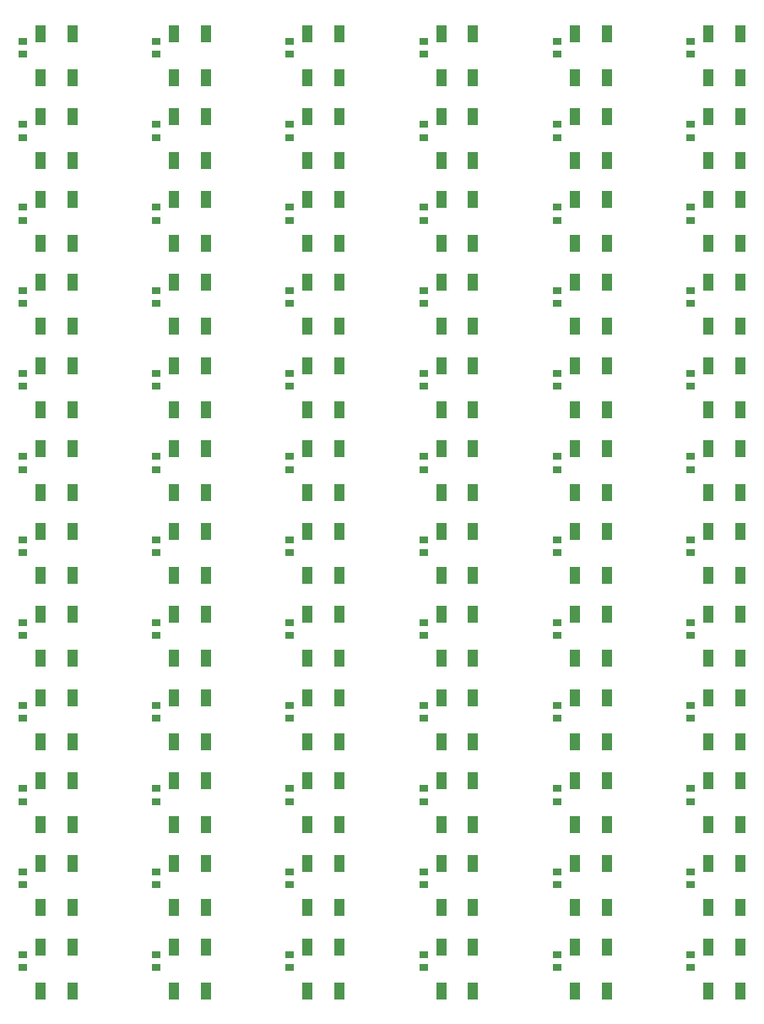
<source format=gtp>
G75*
%MOIN*%
%OFA0B0*%
%FSLAX24Y24*%
%IPPOS*%
%LPD*%
%AMOC8*
5,1,8,0,0,1.08239X$1,22.5*
%
%ADD10R,0.0433X0.0709*%
%ADD11R,0.0354X0.0276*%
D10*
X003750Y000884D03*
X005010Y000884D03*
X005010Y002616D03*
X003750Y002616D03*
X003750Y004159D03*
X005010Y004159D03*
X005010Y005892D03*
X003750Y005892D03*
X003750Y007435D03*
X005010Y007435D03*
X005010Y009167D03*
X003750Y009167D03*
X003750Y010711D03*
X005010Y010711D03*
X005010Y012443D03*
X003750Y012443D03*
X003750Y013986D03*
X005010Y013986D03*
X005010Y015719D03*
X003750Y015719D03*
X003750Y017262D03*
X005010Y017262D03*
X005010Y018994D03*
X003750Y018994D03*
X003750Y020537D03*
X005010Y020537D03*
X005010Y022270D03*
X003750Y022270D03*
X003750Y023813D03*
X005010Y023813D03*
X005010Y025545D03*
X003750Y025545D03*
X003750Y027089D03*
X005010Y027089D03*
X005010Y028821D03*
X003750Y028821D03*
X003750Y030364D03*
X005010Y030364D03*
X005010Y032096D03*
X003750Y032096D03*
X003750Y033640D03*
X005010Y033640D03*
X005010Y035372D03*
X003750Y035372D03*
X003750Y036915D03*
X005010Y036915D03*
X005010Y038648D03*
X003750Y038648D03*
X009025Y038648D03*
X010285Y038648D03*
X010285Y036915D03*
X009025Y036915D03*
X009025Y035372D03*
X010285Y035372D03*
X010285Y033640D03*
X009025Y033640D03*
X009025Y032096D03*
X010285Y032096D03*
X010285Y030364D03*
X009025Y030364D03*
X009025Y028821D03*
X010285Y028821D03*
X010285Y027089D03*
X009025Y027089D03*
X009025Y025545D03*
X010285Y025545D03*
X010285Y023813D03*
X009025Y023813D03*
X009025Y022270D03*
X010285Y022270D03*
X010285Y020537D03*
X009025Y020537D03*
X009025Y018994D03*
X010285Y018994D03*
X010285Y017262D03*
X009025Y017262D03*
X009025Y015719D03*
X010285Y015719D03*
X010285Y013986D03*
X009025Y013986D03*
X009025Y012443D03*
X010285Y012443D03*
X010285Y010711D03*
X009025Y010711D03*
X009025Y009167D03*
X010285Y009167D03*
X010285Y007435D03*
X009025Y007435D03*
X009025Y005892D03*
X010285Y005892D03*
X010285Y004159D03*
X009025Y004159D03*
X009025Y002616D03*
X010285Y002616D03*
X010285Y000884D03*
X009025Y000884D03*
X014301Y000884D03*
X015561Y000884D03*
X015561Y002616D03*
X014301Y002616D03*
X014301Y004159D03*
X015561Y004159D03*
X015561Y005892D03*
X014301Y005892D03*
X014301Y007435D03*
X015561Y007435D03*
X015561Y009167D03*
X014301Y009167D03*
X014301Y010711D03*
X015561Y010711D03*
X015561Y012443D03*
X014301Y012443D03*
X014301Y013986D03*
X015561Y013986D03*
X015561Y015719D03*
X014301Y015719D03*
X014301Y017262D03*
X015561Y017262D03*
X015561Y018994D03*
X014301Y018994D03*
X014301Y020537D03*
X015561Y020537D03*
X015561Y022270D03*
X014301Y022270D03*
X014301Y023813D03*
X015561Y023813D03*
X015561Y025545D03*
X014301Y025545D03*
X014301Y027089D03*
X015561Y027089D03*
X015561Y028821D03*
X014301Y028821D03*
X014301Y030364D03*
X015561Y030364D03*
X015561Y032096D03*
X014301Y032096D03*
X014301Y033640D03*
X015561Y033640D03*
X015561Y035372D03*
X014301Y035372D03*
X014301Y036915D03*
X015561Y036915D03*
X015561Y038648D03*
X014301Y038648D03*
X019577Y038648D03*
X020836Y038648D03*
X020836Y036915D03*
X019577Y036915D03*
X019577Y035372D03*
X020836Y035372D03*
X020836Y033640D03*
X019577Y033640D03*
X019577Y032096D03*
X020836Y032096D03*
X020836Y030364D03*
X019577Y030364D03*
X019577Y028821D03*
X020836Y028821D03*
X020836Y027089D03*
X019577Y027089D03*
X019577Y025545D03*
X020836Y025545D03*
X020836Y023813D03*
X019577Y023813D03*
X019577Y022270D03*
X020836Y022270D03*
X020836Y020537D03*
X019577Y020537D03*
X019577Y018994D03*
X020836Y018994D03*
X020836Y017262D03*
X019577Y017262D03*
X019577Y015719D03*
X020836Y015719D03*
X020836Y013986D03*
X019577Y013986D03*
X019577Y012443D03*
X020836Y012443D03*
X020836Y010711D03*
X019577Y010711D03*
X019577Y009167D03*
X020836Y009167D03*
X020836Y007435D03*
X019577Y007435D03*
X019577Y005892D03*
X020836Y005892D03*
X020836Y004159D03*
X019577Y004159D03*
X019577Y002616D03*
X020836Y002616D03*
X020836Y000884D03*
X019577Y000884D03*
X024852Y000884D03*
X026112Y000884D03*
X026112Y002616D03*
X024852Y002616D03*
X024852Y004159D03*
X026112Y004159D03*
X026112Y005892D03*
X024852Y005892D03*
X024852Y007435D03*
X026112Y007435D03*
X026112Y009167D03*
X024852Y009167D03*
X024852Y010711D03*
X026112Y010711D03*
X026112Y012443D03*
X024852Y012443D03*
X024852Y013986D03*
X026112Y013986D03*
X026112Y015719D03*
X024852Y015719D03*
X024852Y017262D03*
X026112Y017262D03*
X026112Y018994D03*
X024852Y018994D03*
X024852Y020537D03*
X026112Y020537D03*
X026112Y022270D03*
X024852Y022270D03*
X024852Y023813D03*
X026112Y023813D03*
X026112Y025545D03*
X024852Y025545D03*
X024852Y027089D03*
X026112Y027089D03*
X026112Y028821D03*
X024852Y028821D03*
X024852Y030364D03*
X026112Y030364D03*
X026112Y032096D03*
X024852Y032096D03*
X024852Y033640D03*
X026112Y033640D03*
X026112Y035372D03*
X024852Y035372D03*
X024852Y036915D03*
X026112Y036915D03*
X026112Y038648D03*
X024852Y038648D03*
X030128Y038648D03*
X031388Y038648D03*
X031388Y036915D03*
X030128Y036915D03*
X030128Y035372D03*
X031388Y035372D03*
X031388Y033640D03*
X030128Y033640D03*
X030128Y032096D03*
X031388Y032096D03*
X031388Y030364D03*
X030128Y030364D03*
X030128Y028821D03*
X031388Y028821D03*
X031388Y027089D03*
X030128Y027089D03*
X030128Y025545D03*
X031388Y025545D03*
X031388Y023813D03*
X030128Y023813D03*
X030128Y022270D03*
X031388Y022270D03*
X031388Y020537D03*
X030128Y020537D03*
X030128Y018994D03*
X031388Y018994D03*
X031388Y017262D03*
X030128Y017262D03*
X030128Y015719D03*
X031388Y015719D03*
X031388Y013986D03*
X030128Y013986D03*
X030128Y012443D03*
X031388Y012443D03*
X031388Y010711D03*
X030128Y010711D03*
X030128Y009167D03*
X031388Y009167D03*
X031388Y007435D03*
X030128Y007435D03*
X030128Y005892D03*
X031388Y005892D03*
X031388Y004159D03*
X030128Y004159D03*
X030128Y002616D03*
X031388Y002616D03*
X031388Y000884D03*
X030128Y000884D03*
D11*
X003055Y001794D03*
X003055Y002306D03*
X003055Y005070D03*
X003055Y005581D03*
X003055Y008345D03*
X003055Y008857D03*
X003055Y011621D03*
X003055Y012133D03*
X003055Y014896D03*
X003055Y015408D03*
X003055Y018172D03*
X003055Y018684D03*
X003055Y021448D03*
X003055Y021959D03*
X003055Y024723D03*
X003055Y025235D03*
X003055Y027999D03*
X003055Y028511D03*
X003055Y031274D03*
X003055Y031786D03*
X003055Y034550D03*
X003055Y035062D03*
X003055Y037826D03*
X003055Y038337D03*
X008330Y038337D03*
X008330Y037826D03*
X008330Y035062D03*
X008330Y034550D03*
X008330Y031786D03*
X008330Y031274D03*
X008330Y028511D03*
X008330Y027999D03*
X008330Y025235D03*
X008330Y024723D03*
X008330Y021959D03*
X008330Y021448D03*
X008330Y018684D03*
X008330Y018172D03*
X008330Y015408D03*
X008330Y014896D03*
X008330Y012133D03*
X008330Y011621D03*
X008330Y008857D03*
X008330Y008345D03*
X008330Y005581D03*
X008330Y005070D03*
X008330Y002306D03*
X008330Y001794D03*
X013606Y001794D03*
X013606Y002306D03*
X013606Y005070D03*
X013606Y005581D03*
X013606Y008345D03*
X013606Y008857D03*
X013606Y011621D03*
X013606Y012133D03*
X013606Y014896D03*
X013606Y015408D03*
X013606Y018172D03*
X013606Y018684D03*
X013606Y021448D03*
X013606Y021959D03*
X013606Y024723D03*
X013606Y025235D03*
X013606Y027999D03*
X013606Y028511D03*
X013606Y031274D03*
X013606Y031786D03*
X013606Y034550D03*
X013606Y035062D03*
X013606Y037826D03*
X013606Y038337D03*
X018882Y038337D03*
X018882Y037826D03*
X018882Y035062D03*
X018882Y034550D03*
X018882Y031786D03*
X018882Y031274D03*
X018882Y028511D03*
X018882Y027999D03*
X018882Y025235D03*
X018882Y024723D03*
X018882Y021959D03*
X018882Y021448D03*
X018882Y018684D03*
X018882Y018172D03*
X018882Y015408D03*
X018882Y014896D03*
X018882Y012133D03*
X018882Y011621D03*
X018882Y008857D03*
X018882Y008345D03*
X018882Y005581D03*
X018882Y005070D03*
X018882Y002306D03*
X018882Y001794D03*
X024157Y001794D03*
X024157Y002306D03*
X024157Y005070D03*
X024157Y005581D03*
X024157Y008345D03*
X024157Y008857D03*
X024157Y011621D03*
X024157Y012133D03*
X024157Y014896D03*
X024157Y015408D03*
X024157Y018172D03*
X024157Y018684D03*
X024157Y021448D03*
X024157Y021959D03*
X024157Y024723D03*
X024157Y025235D03*
X024157Y027999D03*
X024157Y028511D03*
X024157Y031274D03*
X024157Y031786D03*
X024157Y034550D03*
X024157Y035062D03*
X024157Y037826D03*
X024157Y038337D03*
X029433Y038337D03*
X029433Y037826D03*
X029433Y035062D03*
X029433Y034550D03*
X029433Y031786D03*
X029433Y031274D03*
X029433Y028511D03*
X029433Y027999D03*
X029433Y025235D03*
X029433Y024723D03*
X029433Y021959D03*
X029433Y021448D03*
X029433Y018684D03*
X029433Y018172D03*
X029433Y015408D03*
X029433Y014896D03*
X029433Y012133D03*
X029433Y011621D03*
X029433Y008857D03*
X029433Y008345D03*
X029433Y005581D03*
X029433Y005070D03*
X029433Y002306D03*
X029433Y001794D03*
M02*

</source>
